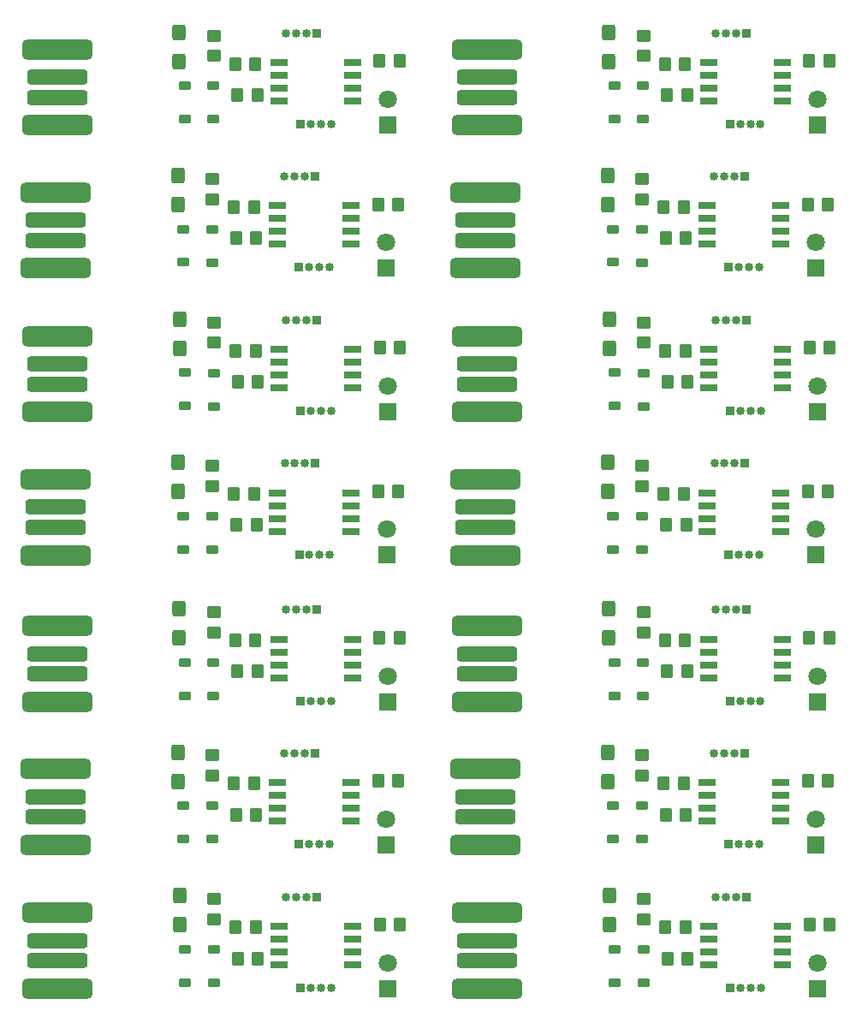
<source format=gbr>
%TF.GenerationSoftware,KiCad,Pcbnew,8.0.7*%
%TF.CreationDate,2024-12-08T11:51:21+01:00*%
%TF.ProjectId,attiny_usb_pannel Pcb Kicad,61747469-6e79-45f7-9573-625f70616e6e,rev?*%
%TF.SameCoordinates,Original*%
%TF.FileFunction,Soldermask,Top*%
%TF.FilePolarity,Negative*%
%FSLAX46Y46*%
G04 Gerber Fmt 4.6, Leading zero omitted, Abs format (unit mm)*
G04 Created by KiCad (PCBNEW 8.0.7) date 2024-12-08 11:51:21*
%MOMM*%
%LPD*%
G01*
G04 APERTURE LIST*
G04 Aperture macros list*
%AMRoundRect*
0 Rectangle with rounded corners*
0 $1 Rounding radius*
0 $2 $3 $4 $5 $6 $7 $8 $9 X,Y pos of 4 corners*
0 Add a 4 corners polygon primitive as box body*
4,1,4,$2,$3,$4,$5,$6,$7,$8,$9,$2,$3,0*
0 Add four circle primitives for the rounded corners*
1,1,$1+$1,$2,$3*
1,1,$1+$1,$4,$5*
1,1,$1+$1,$6,$7*
1,1,$1+$1,$8,$9*
0 Add four rect primitives between the rounded corners*
20,1,$1+$1,$2,$3,$4,$5,0*
20,1,$1+$1,$4,$5,$6,$7,0*
20,1,$1+$1,$6,$7,$8,$9,0*
20,1,$1+$1,$8,$9,$2,$3,0*%
G04 Aperture macros list end*
%ADD10RoundRect,0.225000X-0.375000X0.225000X-0.375000X-0.225000X0.375000X-0.225000X0.375000X0.225000X0*%
%ADD11R,0.850000X0.850000*%
%ADD12O,0.850000X0.850000*%
%ADD13RoundRect,0.250000X0.350000X0.450000X-0.350000X0.450000X-0.350000X-0.450000X0.350000X-0.450000X0*%
%ADD14RoundRect,0.250000X-0.450000X0.350000X-0.450000X-0.350000X0.450000X-0.350000X0.450000X0.350000X0*%
%ADD15R,1.800000X1.800000*%
%ADD16C,1.800000*%
%ADD17RoundRect,0.250000X-0.350000X-0.450000X0.350000X-0.450000X0.350000X0.450000X-0.350000X0.450000X0*%
%ADD18RoundRect,0.500000X-3.000000X-0.500000X3.000000X-0.500000X3.000000X0.500000X-3.000000X0.500000X0*%
%ADD19RoundRect,0.375000X-2.625000X-0.375000X2.625000X-0.375000X2.625000X0.375000X-2.625000X0.375000X0*%
%ADD20RoundRect,0.250000X-0.425000X0.537500X-0.425000X-0.537500X0.425000X-0.537500X0.425000X0.537500X0*%
%ADD21R,1.700000X0.650000*%
G04 APERTURE END LIST*
D10*
%TO.C,D2*%
X139875000Y-141940400D03*
X139875000Y-145240400D03*
%TD*%
D11*
%TO.C,J1*%
X191139200Y-131556000D03*
D12*
X192139200Y-131556000D03*
X193139200Y-131556000D03*
X194139200Y-131556000D03*
%TD*%
D13*
%TO.C,R1*%
X186753200Y-85806400D03*
X184753200Y-85806400D03*
%TD*%
D14*
%TO.C,R4*%
X182603800Y-94132600D03*
X182603800Y-96132600D03*
%TD*%
D15*
%TO.C,D1*%
X157276600Y-131632200D03*
D16*
X157276600Y-129092200D03*
%TD*%
D11*
%TO.C,J1*%
X190984200Y-145725000D03*
D12*
X191984200Y-145725000D03*
X192984200Y-145725000D03*
X193984200Y-145725000D03*
%TD*%
D17*
%TO.C,R3*%
X156322400Y-110825600D03*
X158322400Y-110825600D03*
%TD*%
D13*
%TO.C,R1*%
X144408200Y-71637400D03*
X142408200Y-71637400D03*
%TD*%
D10*
%TO.C,D2*%
X182530000Y-127771400D03*
X182530000Y-131071400D03*
%TD*%
D13*
%TO.C,R1*%
X186908200Y-128660400D03*
X184908200Y-128660400D03*
%TD*%
D18*
%TO.C,U2*%
X124586800Y-67116200D03*
D19*
X124586800Y-69866200D03*
X124586800Y-71866200D03*
D18*
X124586800Y-74616200D03*
%TD*%
D17*
%TO.C,R3*%
X198799400Y-139476600D03*
X200799400Y-139476600D03*
%TD*%
D10*
%TO.C,D2*%
X182530000Y-70748400D03*
X182530000Y-74048400D03*
%TD*%
D15*
%TO.C,D1*%
X157144600Y-117150200D03*
D16*
X157144600Y-114610200D03*
%TD*%
D10*
%TO.C,D2*%
X182553000Y-99120400D03*
X182553000Y-102420400D03*
%TD*%
D15*
%TO.C,D1*%
X199799600Y-102981200D03*
D16*
X199799600Y-100441200D03*
%TD*%
D11*
%TO.C,J1*%
X191139200Y-74533000D03*
D12*
X192139200Y-74533000D03*
X193139200Y-74533000D03*
X194139200Y-74533000D03*
%TD*%
D11*
%TO.C,J2*%
X192553800Y-79710400D03*
D12*
X191553800Y-79710400D03*
X190553800Y-79710400D03*
X189553800Y-79710400D03*
%TD*%
D11*
%TO.C,J1*%
X148639200Y-74533000D03*
D12*
X149639200Y-74533000D03*
X150639200Y-74533000D03*
X151639200Y-74533000D03*
%TD*%
D20*
%TO.C,C1*%
X136674800Y-93822100D03*
X136674800Y-96697100D03*
%TD*%
D11*
%TO.C,J2*%
X192708800Y-122564400D03*
D12*
X191708800Y-122564400D03*
X190708800Y-122564400D03*
X189708800Y-122564400D03*
%TD*%
D11*
%TO.C,J2*%
X150231800Y-93913400D03*
D12*
X149231800Y-93913400D03*
X148231800Y-93913400D03*
X147231800Y-93913400D03*
%TD*%
D17*
%TO.C,R3*%
X156477400Y-96656600D03*
X158477400Y-96656600D03*
%TD*%
%TO.C,R3*%
X156299400Y-139476600D03*
X158299400Y-139476600D03*
%TD*%
D18*
%TO.C,U2*%
X124609800Y-95488200D03*
D19*
X124609800Y-98238200D03*
X124609800Y-100238200D03*
D18*
X124609800Y-102988200D03*
%TD*%
D13*
%TO.C,R1*%
X186931200Y-157032400D03*
X184931200Y-157032400D03*
%TD*%
D10*
%TO.C,D3*%
X179685200Y-127747000D03*
X179685200Y-131047000D03*
%TD*%
D21*
%TO.C,U1*%
X146489200Y-125460000D03*
X146489200Y-126730000D03*
X146489200Y-128000000D03*
X146489200Y-129270000D03*
X153789200Y-129270000D03*
X153789200Y-128000000D03*
X153789200Y-126730000D03*
X153789200Y-125460000D03*
%TD*%
D13*
%TO.C,R1*%
X144408200Y-128660400D03*
X142408200Y-128660400D03*
%TD*%
D11*
%TO.C,J2*%
X192576800Y-108082400D03*
D12*
X191576800Y-108082400D03*
X190576800Y-108082400D03*
X189576800Y-108082400D03*
%TD*%
D21*
%TO.C,U1*%
X188857200Y-110978000D03*
X188857200Y-112248000D03*
X188857200Y-113518000D03*
X188857200Y-114788000D03*
X196157200Y-114788000D03*
X196157200Y-113518000D03*
X196157200Y-112248000D03*
X196157200Y-110978000D03*
%TD*%
D18*
%TO.C,U2*%
X124431800Y-81285200D03*
D19*
X124431800Y-84035200D03*
X124431800Y-86035200D03*
D18*
X124431800Y-88785200D03*
%TD*%
D17*
%TO.C,R2*%
X142024600Y-139756000D03*
X144024600Y-139756000D03*
%TD*%
D11*
%TO.C,J1*%
X191162200Y-102905000D03*
D12*
X192162200Y-102905000D03*
X193162200Y-102905000D03*
X194162200Y-102905000D03*
%TD*%
D11*
%TO.C,J1*%
X191162200Y-159928000D03*
D12*
X192162200Y-159928000D03*
X193162200Y-159928000D03*
X194162200Y-159928000D03*
%TD*%
D17*
%TO.C,R2*%
X184679600Y-68564000D03*
X186679600Y-68564000D03*
%TD*%
D10*
%TO.C,D2*%
X140053000Y-156143400D03*
X140053000Y-159443400D03*
%TD*%
D11*
%TO.C,J2*%
X192731800Y-150936400D03*
D12*
X191731800Y-150936400D03*
X190731800Y-150936400D03*
X189731800Y-150936400D03*
%TD*%
D10*
%TO.C,D2*%
X182375000Y-141940400D03*
X182375000Y-145240400D03*
%TD*%
D17*
%TO.C,R2*%
X142179600Y-68564000D03*
X144179600Y-68564000D03*
%TD*%
%TO.C,R3*%
X198799400Y-82453600D03*
X200799400Y-82453600D03*
%TD*%
%TO.C,R2*%
X184524600Y-139756000D03*
X186524600Y-139756000D03*
%TD*%
D21*
%TO.C,U1*%
X189012200Y-153832000D03*
X189012200Y-155102000D03*
X189012200Y-156372000D03*
X189012200Y-157642000D03*
X196312200Y-157642000D03*
X196312200Y-156372000D03*
X196312200Y-155102000D03*
X196312200Y-153832000D03*
%TD*%
D11*
%TO.C,J1*%
X148639200Y-131556000D03*
D12*
X149639200Y-131556000D03*
X150639200Y-131556000D03*
X151639200Y-131556000D03*
%TD*%
D17*
%TO.C,R3*%
X198954400Y-125307600D03*
X200954400Y-125307600D03*
%TD*%
D15*
%TO.C,D1*%
X199776600Y-131632200D03*
D16*
X199776600Y-129092200D03*
%TD*%
D10*
%TO.C,D3*%
X179685200Y-70724000D03*
X179685200Y-74024000D03*
%TD*%
D17*
%TO.C,R3*%
X156299400Y-82453600D03*
X158299400Y-82453600D03*
%TD*%
D14*
%TO.C,R4*%
X182448800Y-108301600D03*
X182448800Y-110301600D03*
%TD*%
D11*
%TO.C,J2*%
X192553800Y-136733400D03*
D12*
X191553800Y-136733400D03*
X190553800Y-136733400D03*
X189553800Y-136733400D03*
%TD*%
D20*
%TO.C,C1*%
X136496800Y-136642100D03*
X136496800Y-139517100D03*
%TD*%
D10*
%TO.C,D3*%
X137030200Y-141916000D03*
X137030200Y-145216000D03*
%TD*%
D18*
%TO.C,U2*%
X166931800Y-81285200D03*
D19*
X166931800Y-84035200D03*
X166931800Y-86035200D03*
D18*
X166931800Y-88785200D03*
%TD*%
D20*
%TO.C,C1*%
X136651800Y-65450100D03*
X136651800Y-68325100D03*
%TD*%
%TO.C,C1*%
X136651800Y-122473100D03*
X136651800Y-125348100D03*
%TD*%
D17*
%TO.C,R2*%
X142202600Y-153959000D03*
X144202600Y-153959000D03*
%TD*%
D10*
%TO.C,D2*%
X182553000Y-156143400D03*
X182553000Y-159443400D03*
%TD*%
D21*
%TO.C,U1*%
X189012200Y-96809000D03*
X189012200Y-98079000D03*
X189012200Y-99349000D03*
X189012200Y-100619000D03*
X196312200Y-100619000D03*
X196312200Y-99349000D03*
X196312200Y-98079000D03*
X196312200Y-96809000D03*
%TD*%
D20*
%TO.C,C1*%
X178996800Y-79619100D03*
X178996800Y-82494100D03*
%TD*%
D13*
%TO.C,R1*%
X186908200Y-71637400D03*
X184908200Y-71637400D03*
%TD*%
D15*
%TO.C,D1*%
X199621600Y-88778200D03*
D16*
X199621600Y-86238200D03*
%TD*%
D10*
%TO.C,D3*%
X179530200Y-141916000D03*
X179530200Y-145216000D03*
%TD*%
D21*
%TO.C,U1*%
X146357200Y-110978000D03*
X146357200Y-112248000D03*
X146357200Y-113518000D03*
X146357200Y-114788000D03*
X153657200Y-114788000D03*
X153657200Y-113518000D03*
X153657200Y-112248000D03*
X153657200Y-110978000D03*
%TD*%
D17*
%TO.C,R2*%
X184679600Y-125587000D03*
X186679600Y-125587000D03*
%TD*%
D21*
%TO.C,U1*%
X188989200Y-125460000D03*
X188989200Y-126730000D03*
X188989200Y-128000000D03*
X188989200Y-129270000D03*
X196289200Y-129270000D03*
X196289200Y-128000000D03*
X196289200Y-126730000D03*
X196289200Y-125460000D03*
%TD*%
D10*
%TO.C,D2*%
X139875000Y-84917400D03*
X139875000Y-88217400D03*
%TD*%
D11*
%TO.C,J2*%
X150231800Y-150936400D03*
D12*
X149231800Y-150936400D03*
X148231800Y-150936400D03*
X147231800Y-150936400D03*
%TD*%
D20*
%TO.C,C1*%
X179151800Y-122473100D03*
X179151800Y-125348100D03*
%TD*%
D10*
%TO.C,D3*%
X179708200Y-99096000D03*
X179708200Y-102396000D03*
%TD*%
D13*
%TO.C,R1*%
X186776200Y-114178400D03*
X184776200Y-114178400D03*
%TD*%
%TO.C,R1*%
X144253200Y-85806400D03*
X142253200Y-85806400D03*
%TD*%
D15*
%TO.C,D1*%
X157121600Y-88778200D03*
D16*
X157121600Y-86238200D03*
%TD*%
D17*
%TO.C,R2*%
X142179600Y-125587000D03*
X144179600Y-125587000D03*
%TD*%
D10*
%TO.C,D3*%
X137185200Y-127747000D03*
X137185200Y-131047000D03*
%TD*%
D17*
%TO.C,R2*%
X142024600Y-82733000D03*
X144024600Y-82733000D03*
%TD*%
D10*
%TO.C,D3*%
X137030200Y-84893000D03*
X137030200Y-88193000D03*
%TD*%
%TO.C,D3*%
X137185200Y-70724000D03*
X137185200Y-74024000D03*
%TD*%
D13*
%TO.C,R1*%
X186931200Y-100009400D03*
X184931200Y-100009400D03*
%TD*%
D18*
%TO.C,U2*%
X124454800Y-109657200D03*
D19*
X124454800Y-112407200D03*
X124454800Y-114407200D03*
D18*
X124454800Y-117157200D03*
%TD*%
D21*
%TO.C,U1*%
X188834200Y-82606000D03*
X188834200Y-83876000D03*
X188834200Y-85146000D03*
X188834200Y-86416000D03*
X196134200Y-86416000D03*
X196134200Y-85146000D03*
X196134200Y-83876000D03*
X196134200Y-82606000D03*
%TD*%
D20*
%TO.C,C1*%
X179019800Y-107991100D03*
X179019800Y-110866100D03*
%TD*%
D10*
%TO.C,D2*%
X140030000Y-70748400D03*
X140030000Y-74048400D03*
%TD*%
D14*
%TO.C,R4*%
X182580800Y-65760600D03*
X182580800Y-67760600D03*
%TD*%
D10*
%TO.C,D3*%
X137208200Y-99096000D03*
X137208200Y-102396000D03*
%TD*%
D21*
%TO.C,U1*%
X146334200Y-82606000D03*
X146334200Y-83876000D03*
X146334200Y-85146000D03*
X146334200Y-86416000D03*
X153634200Y-86416000D03*
X153634200Y-85146000D03*
X153634200Y-83876000D03*
X153634200Y-82606000D03*
%TD*%
D11*
%TO.C,J2*%
X150208800Y-65541400D03*
D12*
X149208800Y-65541400D03*
X148208800Y-65541400D03*
X147208800Y-65541400D03*
%TD*%
D11*
%TO.C,J1*%
X148484200Y-88702000D03*
D12*
X149484200Y-88702000D03*
X150484200Y-88702000D03*
X151484200Y-88702000D03*
%TD*%
D17*
%TO.C,R3*%
X156454400Y-68284600D03*
X158454400Y-68284600D03*
%TD*%
D10*
%TO.C,D2*%
X139898000Y-113289400D03*
X139898000Y-116589400D03*
%TD*%
D17*
%TO.C,R2*%
X142047600Y-111105000D03*
X144047600Y-111105000D03*
%TD*%
D10*
%TO.C,D3*%
X179553200Y-113265000D03*
X179553200Y-116565000D03*
%TD*%
D20*
%TO.C,C1*%
X178996800Y-136642100D03*
X178996800Y-139517100D03*
%TD*%
D15*
%TO.C,D1*%
X157121600Y-145801200D03*
D16*
X157121600Y-143261200D03*
%TD*%
D14*
%TO.C,R4*%
X182603800Y-151155600D03*
X182603800Y-153155600D03*
%TD*%
%TO.C,R4*%
X139925800Y-79929600D03*
X139925800Y-81929600D03*
%TD*%
D18*
%TO.C,U2*%
X167109800Y-152511200D03*
D19*
X167109800Y-155261200D03*
X167109800Y-157261200D03*
D18*
X167109800Y-160011200D03*
%TD*%
%TO.C,U2*%
X167109800Y-95488200D03*
D19*
X167109800Y-98238200D03*
X167109800Y-100238200D03*
D18*
X167109800Y-102988200D03*
%TD*%
D10*
%TO.C,D2*%
X140053000Y-99120400D03*
X140053000Y-102420400D03*
%TD*%
D15*
%TO.C,D1*%
X157299600Y-160004200D03*
D16*
X157299600Y-157464200D03*
%TD*%
D17*
%TO.C,R2*%
X184547600Y-111105000D03*
X186547600Y-111105000D03*
%TD*%
D15*
%TO.C,D1*%
X199776600Y-74609200D03*
D16*
X199776600Y-72069200D03*
%TD*%
D18*
%TO.C,U2*%
X166954800Y-109657200D03*
D19*
X166954800Y-112407200D03*
X166954800Y-114407200D03*
D18*
X166954800Y-117157200D03*
%TD*%
D11*
%TO.C,J1*%
X148662200Y-159928000D03*
D12*
X149662200Y-159928000D03*
X150662200Y-159928000D03*
X151662200Y-159928000D03*
%TD*%
D21*
%TO.C,U1*%
X146512200Y-153832000D03*
X146512200Y-155102000D03*
X146512200Y-156372000D03*
X146512200Y-157642000D03*
X153812200Y-157642000D03*
X153812200Y-156372000D03*
X153812200Y-155102000D03*
X153812200Y-153832000D03*
%TD*%
D11*
%TO.C,J1*%
X148662200Y-102905000D03*
D12*
X149662200Y-102905000D03*
X150662200Y-102905000D03*
X151662200Y-102905000D03*
%TD*%
D18*
%TO.C,U2*%
X167086800Y-67116200D03*
D19*
X167086800Y-69866200D03*
X167086800Y-71866200D03*
D18*
X167086800Y-74616200D03*
%TD*%
D14*
%TO.C,R4*%
X182425800Y-79929600D03*
X182425800Y-81929600D03*
%TD*%
D17*
%TO.C,R3*%
X198954400Y-68284600D03*
X200954400Y-68284600D03*
%TD*%
D10*
%TO.C,D3*%
X179708200Y-156119000D03*
X179708200Y-159419000D03*
%TD*%
D18*
%TO.C,U2*%
X166931800Y-138308200D03*
D19*
X166931800Y-141058200D03*
X166931800Y-143058200D03*
D18*
X166931800Y-145808200D03*
%TD*%
D20*
%TO.C,C1*%
X179151800Y-65450100D03*
X179151800Y-68325100D03*
%TD*%
D11*
%TO.C,J2*%
X192731800Y-93913400D03*
D12*
X191731800Y-93913400D03*
X190731800Y-93913400D03*
X189731800Y-93913400D03*
%TD*%
D17*
%TO.C,R3*%
X156477400Y-153679600D03*
X158477400Y-153679600D03*
%TD*%
D18*
%TO.C,U2*%
X124431800Y-138308200D03*
D19*
X124431800Y-141058200D03*
X124431800Y-143058200D03*
D18*
X124431800Y-145808200D03*
%TD*%
D20*
%TO.C,C1*%
X136519800Y-107991100D03*
X136519800Y-110866100D03*
%TD*%
D17*
%TO.C,R2*%
X184702600Y-153959000D03*
X186702600Y-153959000D03*
%TD*%
D21*
%TO.C,U1*%
X188989200Y-68437000D03*
X188989200Y-69707000D03*
X188989200Y-70977000D03*
X188989200Y-72247000D03*
X196289200Y-72247000D03*
X196289200Y-70977000D03*
X196289200Y-69707000D03*
X196289200Y-68437000D03*
%TD*%
D20*
%TO.C,C1*%
X179174800Y-93822100D03*
X179174800Y-96697100D03*
%TD*%
D15*
%TO.C,D1*%
X199621600Y-145801200D03*
D16*
X199621600Y-143261200D03*
%TD*%
D13*
%TO.C,R1*%
X144431200Y-100009400D03*
X142431200Y-100009400D03*
%TD*%
D11*
%TO.C,J1*%
X148484200Y-145725000D03*
D12*
X149484200Y-145725000D03*
X150484200Y-145725000D03*
X151484200Y-145725000D03*
%TD*%
D10*
%TO.C,D2*%
X140030000Y-127771400D03*
X140030000Y-131071400D03*
%TD*%
D21*
%TO.C,U1*%
X146334200Y-139629000D03*
X146334200Y-140899000D03*
X146334200Y-142169000D03*
X146334200Y-143439000D03*
X153634200Y-143439000D03*
X153634200Y-142169000D03*
X153634200Y-140899000D03*
X153634200Y-139629000D03*
%TD*%
D14*
%TO.C,R4*%
X140080800Y-122783600D03*
X140080800Y-124783600D03*
%TD*%
D17*
%TO.C,R3*%
X156454400Y-125307600D03*
X158454400Y-125307600D03*
%TD*%
D15*
%TO.C,D1*%
X199799600Y-160004200D03*
D16*
X199799600Y-157464200D03*
%TD*%
D15*
%TO.C,D1*%
X157299600Y-102981200D03*
D16*
X157299600Y-100441200D03*
%TD*%
D11*
%TO.C,J2*%
X150208800Y-122564400D03*
D12*
X149208800Y-122564400D03*
X148208800Y-122564400D03*
X147208800Y-122564400D03*
%TD*%
D10*
%TO.C,D3*%
X179530200Y-84893000D03*
X179530200Y-88193000D03*
%TD*%
D17*
%TO.C,R3*%
X198822400Y-110825600D03*
X200822400Y-110825600D03*
%TD*%
D14*
%TO.C,R4*%
X182425800Y-136952600D03*
X182425800Y-138952600D03*
%TD*%
D15*
%TO.C,D1*%
X199644600Y-117150200D03*
D16*
X199644600Y-114610200D03*
%TD*%
D11*
%TO.C,J1*%
X148507200Y-117074000D03*
D12*
X149507200Y-117074000D03*
X150507200Y-117074000D03*
X151507200Y-117074000D03*
%TD*%
D17*
%TO.C,R2*%
X184702600Y-96936000D03*
X186702600Y-96936000D03*
%TD*%
%TO.C,R3*%
X198977400Y-96656600D03*
X200977400Y-96656600D03*
%TD*%
D10*
%TO.C,D3*%
X137208200Y-156119000D03*
X137208200Y-159419000D03*
%TD*%
D13*
%TO.C,R1*%
X144253200Y-142829400D03*
X142253200Y-142829400D03*
%TD*%
D10*
%TO.C,D3*%
X137053200Y-113265000D03*
X137053200Y-116565000D03*
%TD*%
D13*
%TO.C,R1*%
X144276200Y-114178400D03*
X142276200Y-114178400D03*
%TD*%
D21*
%TO.C,U1*%
X146512200Y-96809000D03*
X146512200Y-98079000D03*
X146512200Y-99349000D03*
X146512200Y-100619000D03*
X153812200Y-100619000D03*
X153812200Y-99349000D03*
X153812200Y-98079000D03*
X153812200Y-96809000D03*
%TD*%
D11*
%TO.C,J2*%
X150053800Y-136733400D03*
D12*
X149053800Y-136733400D03*
X148053800Y-136733400D03*
X147053800Y-136733400D03*
%TD*%
D18*
%TO.C,U2*%
X124586800Y-124139200D03*
D19*
X124586800Y-126889200D03*
X124586800Y-128889200D03*
D18*
X124586800Y-131639200D03*
%TD*%
D17*
%TO.C,R2*%
X142202600Y-96936000D03*
X144202600Y-96936000D03*
%TD*%
D20*
%TO.C,C1*%
X136674800Y-150845100D03*
X136674800Y-153720100D03*
%TD*%
D13*
%TO.C,R1*%
X144431200Y-157032400D03*
X142431200Y-157032400D03*
%TD*%
D14*
%TO.C,R4*%
X140103800Y-151155600D03*
X140103800Y-153155600D03*
%TD*%
D20*
%TO.C,C1*%
X136496800Y-79619100D03*
X136496800Y-82494100D03*
%TD*%
D11*
%TO.C,J2*%
X150053800Y-79710400D03*
D12*
X149053800Y-79710400D03*
X148053800Y-79710400D03*
X147053800Y-79710400D03*
%TD*%
D18*
%TO.C,U2*%
X167086800Y-124139200D03*
D19*
X167086800Y-126889200D03*
X167086800Y-128889200D03*
D18*
X167086800Y-131639200D03*
%TD*%
D13*
%TO.C,R1*%
X186753200Y-142829400D03*
X184753200Y-142829400D03*
%TD*%
D21*
%TO.C,U1*%
X146489200Y-68437000D03*
X146489200Y-69707000D03*
X146489200Y-70977000D03*
X146489200Y-72247000D03*
X153789200Y-72247000D03*
X153789200Y-70977000D03*
X153789200Y-69707000D03*
X153789200Y-68437000D03*
%TD*%
D15*
%TO.C,D1*%
X157276600Y-74609200D03*
D16*
X157276600Y-72069200D03*
%TD*%
D14*
%TO.C,R4*%
X139948800Y-108301600D03*
X139948800Y-110301600D03*
%TD*%
D21*
%TO.C,U1*%
X188834200Y-139629000D03*
X188834200Y-140899000D03*
X188834200Y-142169000D03*
X188834200Y-143439000D03*
X196134200Y-143439000D03*
X196134200Y-142169000D03*
X196134200Y-140899000D03*
X196134200Y-139629000D03*
%TD*%
D11*
%TO.C,J2*%
X150076800Y-108082400D03*
D12*
X149076800Y-108082400D03*
X148076800Y-108082400D03*
X147076800Y-108082400D03*
%TD*%
D11*
%TO.C,J2*%
X192708800Y-65541400D03*
D12*
X191708800Y-65541400D03*
X190708800Y-65541400D03*
X189708800Y-65541400D03*
%TD*%
D17*
%TO.C,R3*%
X198977400Y-153679600D03*
X200977400Y-153679600D03*
%TD*%
%TO.C,R2*%
X184524600Y-82733000D03*
X186524600Y-82733000D03*
%TD*%
D14*
%TO.C,R4*%
X140103800Y-94132600D03*
X140103800Y-96132600D03*
%TD*%
%TO.C,R4*%
X140080800Y-65760600D03*
X140080800Y-67760600D03*
%TD*%
D10*
%TO.C,D2*%
X182398000Y-113289400D03*
X182398000Y-116589400D03*
%TD*%
D14*
%TO.C,R4*%
X182580800Y-122783600D03*
X182580800Y-124783600D03*
%TD*%
D11*
%TO.C,J1*%
X191007200Y-117074000D03*
D12*
X192007200Y-117074000D03*
X193007200Y-117074000D03*
X194007200Y-117074000D03*
%TD*%
D18*
%TO.C,U2*%
X124609800Y-152511200D03*
D19*
X124609800Y-155261200D03*
X124609800Y-157261200D03*
D18*
X124609800Y-160011200D03*
%TD*%
D11*
%TO.C,J1*%
X190984200Y-88702000D03*
D12*
X191984200Y-88702000D03*
X192984200Y-88702000D03*
X193984200Y-88702000D03*
%TD*%
D20*
%TO.C,C1*%
X179174800Y-150845100D03*
X179174800Y-153720100D03*
%TD*%
D10*
%TO.C,D2*%
X182375000Y-84917400D03*
X182375000Y-88217400D03*
%TD*%
D14*
%TO.C,R4*%
X139925800Y-136952600D03*
X139925800Y-138952600D03*
%TD*%
M02*

</source>
